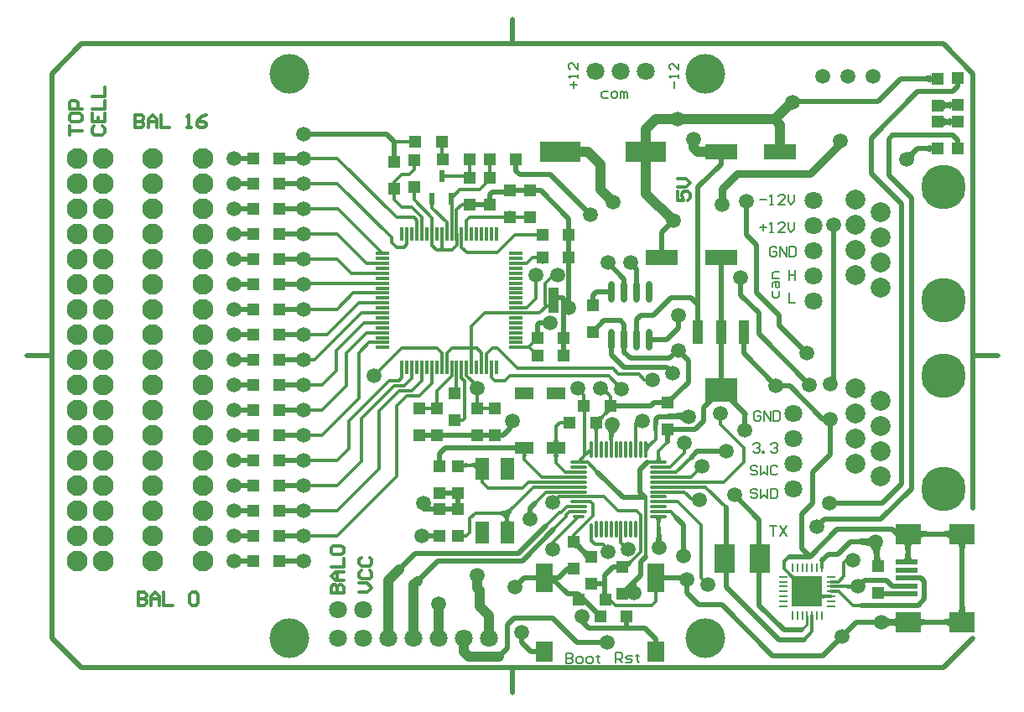
<source format=gtl>
G04 Layer_Physical_Order=1*
G04 Layer_Color=255*
%FSLAX25Y25*%
%MOIN*%
G70*
G01*
G75*
%ADD10R,0.16142X0.07874*%
%ADD11R,0.12598X0.06299*%
%ADD12R,0.07480X0.05118*%
%ADD13R,0.05512X0.08661*%
%ADD14R,0.09843X0.07874*%
%ADD15R,0.08858X0.01969*%
%ADD16R,0.01181X0.05709*%
%ADD17R,0.05709X0.01181*%
%ADD18O,0.02362X0.08661*%
%ADD19R,0.12323X0.12323*%
%ADD20O,0.00787X0.03347*%
%ADD21O,0.03347X0.00787*%
%ADD22O,0.01181X0.07087*%
%ADD23O,0.07087X0.01181*%
%ADD24O,0.01181X0.05118*%
%ADD25O,0.05118X0.01181*%
%ADD26R,0.06693X0.07874*%
%ADD27R,0.06693X0.11811*%
%ADD28R,0.05000X0.05000*%
%ADD29R,0.05000X0.05000*%
%ADD30R,0.02362X0.04528*%
%ADD31R,0.07874X0.11811*%
%ADD32R,0.12992X0.09449*%
%ADD33R,0.03937X0.09449*%
%ADD34R,0.03937X0.05906*%
%ADD35C,0.03150*%
%ADD36C,0.01969*%
%ADD37C,0.01181*%
%ADD38C,0.03937*%
%ADD39C,0.01378*%
%ADD40C,0.01024*%
%ADD41C,0.00787*%
%ADD42C,0.07087*%
%ADD43C,0.07874*%
%ADD44C,0.17716*%
%ADD45C,0.05906*%
%ADD46C,0.15748*%
%ADD47C,0.08268*%
%ADD48C,0.01969*%
G36*
X342162Y49252D02*
X341995Y49134D01*
X341847Y48936D01*
X341719Y48660D01*
X341611Y48305D01*
X341522Y47870D01*
X341453Y47357D01*
X341376Y46122D01*
X341522Y44366D01*
X341611Y43932D01*
X341719Y43576D01*
X341847Y43300D01*
X341995Y43102D01*
X342162Y42984D01*
X342349Y42944D01*
X338412D01*
X338599Y42984D01*
X338766Y43102D01*
X338914Y43300D01*
X339042Y43576D01*
X339150Y43932D01*
X339239Y44366D01*
X339307Y44879D01*
X339384Y46115D01*
X339239Y47870D01*
X339150Y48305D01*
X339042Y48660D01*
X338914Y48936D01*
X338766Y49134D01*
X338599Y49252D01*
X338412Y49292D01*
X342349D01*
X342162Y49252D01*
D02*
G37*
G36*
X363618D02*
X363451Y49134D01*
X363303Y48936D01*
X363176Y48660D01*
X363067Y48305D01*
X362979Y47870D01*
X362910Y47357D01*
X362831Y46093D01*
X362821Y45343D01*
X360853D01*
X360843Y46093D01*
X360695Y47870D01*
X360607Y48305D01*
X360498Y48660D01*
X360370Y48936D01*
X360223Y49134D01*
X360055Y49252D01*
X359869Y49292D01*
X363806D01*
X363618Y49252D01*
D02*
G37*
G36*
X209891Y50259D02*
X209877Y50036D01*
X209946Y49758D01*
X210099Y49424D01*
X210336Y49034D01*
X210656Y48588D01*
X211060Y48087D01*
X211174Y47962D01*
X212081Y47162D01*
X212531Y46835D01*
X212916Y46603D01*
X213235Y46463D01*
X213488Y46417D01*
X213675Y46465D01*
X213796Y46606D01*
X212024Y42834D01*
X212075Y43045D01*
X212053Y43301D01*
X211958Y43604D01*
X211788Y43953D01*
X211546Y44347D01*
X211229Y44788D01*
X210839Y45274D01*
X210303Y45870D01*
X209042Y46974D01*
X208596Y47294D01*
X208206Y47531D01*
X207872Y47684D01*
X207594Y47753D01*
X207371Y47739D01*
X207204Y47642D01*
X209988Y50426D01*
X209891Y50259D01*
D02*
G37*
G36*
X293091Y43270D02*
X293036Y43255D01*
X292961Y43216D01*
X292865Y43152D01*
X292751Y43065D01*
X292461Y42818D01*
X291644Y42034D01*
X290808Y42869D01*
X291040Y43104D01*
X291990Y44186D01*
X292029Y44262D01*
X292044Y44317D01*
X293091Y43270D01*
D02*
G37*
G36*
X231319Y42344D02*
X230918Y41934D01*
X229988Y40860D01*
X229769Y40554D01*
X229596Y40275D01*
X229468Y40022D01*
X229386Y39796D01*
X229349Y39595D01*
X229358Y39421D01*
X228724Y42661D01*
X228779Y42533D01*
X228878Y42469D01*
X229024Y42470D01*
X229215Y42536D01*
X229452Y42667D01*
X229734Y42862D01*
X230062Y43123D01*
X230854Y43838D01*
X231319Y44293D01*
Y42344D01*
D02*
G37*
G36*
X345317Y54986D02*
X345436Y54819D01*
X345633Y54671D01*
X345909Y54543D01*
X346265Y54435D01*
X346699Y54346D01*
X347213Y54277D01*
X348476Y54199D01*
X349227Y54189D01*
Y52220D01*
X348476Y52211D01*
X346699Y52063D01*
X346265Y51974D01*
X345909Y51866D01*
X345633Y51738D01*
X345436Y51591D01*
X345317Y51423D01*
X345278Y51236D01*
Y55173D01*
X345317Y54986D01*
D02*
G37*
G36*
X356940Y51236D02*
X356900Y51423D01*
X356782Y51591D01*
X356584Y51738D01*
X356308Y51866D01*
X355953Y51974D01*
X355518Y52063D01*
X355005Y52132D01*
X353741Y52211D01*
X352991Y52220D01*
Y54189D01*
X353741Y54199D01*
X355518Y54346D01*
X355953Y54435D01*
X356308Y54543D01*
X356584Y54671D01*
X356782Y54819D01*
X356900Y54986D01*
X356940Y55173D01*
Y51236D01*
D02*
G37*
G36*
X208092Y52537D02*
X208192Y50850D01*
X208216Y50805D01*
X206784D01*
X206808Y50850D01*
X206829Y50932D01*
X206848Y51051D01*
X206864Y51206D01*
X206898Y51894D01*
X206909Y52913D01*
X208090D01*
X208092Y52537D01*
D02*
G37*
G36*
X241936Y59497D02*
X242622D01*
X242491Y59469D01*
X242374Y59386D01*
X242271Y59248D01*
X242181Y59054D01*
X242105Y58805D01*
X242043Y58500D01*
X241995Y58141D01*
X241972Y57775D01*
X242351Y51358D01*
X242478Y50822D01*
X242623Y50464D01*
X242785Y50283D01*
X242054Y50275D01*
X242168Y48487D01*
X242223Y47921D01*
X240265D01*
X240414Y50257D01*
X239921Y50251D01*
X240041Y50414D01*
X240149Y50760D01*
X240244Y51287D01*
X240327Y51996D01*
X240498Y55216D01*
X240525Y57532D01*
X240445Y58500D01*
X240383Y58805D01*
X240307Y59054D01*
X240217Y59248D01*
X240114Y59386D01*
X239997Y59469D01*
X239866Y59497D01*
X240548D01*
X240555Y60075D01*
X241933D01*
X241936Y59497D01*
D02*
G37*
G36*
X325234Y48089D02*
X325014Y48265D01*
X324668Y48423D01*
X324197Y48562D01*
X323599Y48682D01*
X322876Y48784D01*
X321052Y48932D01*
X317373Y49016D01*
Y50984D01*
X318725Y50994D01*
X323599Y51318D01*
X324197Y51438D01*
X324668Y51577D01*
X325014Y51735D01*
X325234Y51911D01*
Y48089D01*
D02*
G37*
G36*
X329506Y47771D02*
X329426Y47474D01*
X329356Y47043D01*
X329295Y46477D01*
X329217Y44954D01*
X329283Y44165D01*
X329371Y43731D01*
X329480Y43376D01*
X329608Y43099D01*
X329755Y42902D01*
X329922Y42783D01*
X330110Y42744D01*
X329153D01*
X329125Y40268D01*
X327157D01*
X327142Y41466D01*
X327046Y42744D01*
X326172D01*
X326360Y42783D01*
X326527Y42902D01*
X326674Y43099D01*
X326802Y43376D01*
X326911Y43731D01*
X326956Y43954D01*
X326919Y44450D01*
X326785Y45241D01*
X326622Y45931D01*
X326429Y46518D01*
X326206Y47004D01*
X325954Y47388D01*
X325672Y47670D01*
X329596Y47934D01*
X329506Y47771D01*
D02*
G37*
G36*
X362831Y25279D02*
X362979Y23508D01*
X363067Y23075D01*
X363176Y22720D01*
X363303Y22445D01*
X363451Y22248D01*
X363618Y22130D01*
X363806Y22090D01*
X359869D01*
X360055Y22130D01*
X360223Y22248D01*
X360370Y22445D01*
X360498Y22720D01*
X360607Y23075D01*
X360695Y23508D01*
X360764Y24020D01*
X360843Y25279D01*
X360853Y26027D01*
X362821D01*
X362831Y25279D01*
D02*
G37*
G36*
X323743Y23788D02*
X319201Y24079D01*
Y25457D01*
X319544Y25460D01*
X323177Y25692D01*
X323743Y25747D01*
Y23788D01*
D02*
G37*
G36*
X335483Y19306D02*
X337619Y19184D01*
X340380Y19150D01*
Y17181D01*
X338931Y17173D01*
X335483Y16931D01*
Y16197D01*
X335444Y16384D01*
X335325Y16551D01*
X335128Y16699D01*
X334851Y16827D01*
X334693Y16875D01*
X333141Y16766D01*
X332661Y16639D01*
X332320Y16495D01*
X332117Y16334D01*
Y17173D01*
X331534Y17181D01*
Y19150D01*
X332117Y19157D01*
Y19996D01*
X332320Y19836D01*
X332661Y19692D01*
X333141Y19565D01*
X333760Y19454D01*
X334399Y19376D01*
X334496Y19396D01*
X334851Y19504D01*
X335128Y19632D01*
X335325Y19780D01*
X335444Y19947D01*
X335483Y20134D01*
Y19306D01*
D02*
G37*
G36*
X345317Y19947D02*
X345436Y19780D01*
X345633Y19632D01*
X345909Y19504D01*
X346265Y19396D01*
X346699Y19307D01*
X347213Y19238D01*
X348476Y19159D01*
X349227Y19150D01*
Y17181D01*
X348476Y17171D01*
X346699Y17024D01*
X346265Y16935D01*
X345909Y16827D01*
X345633Y16699D01*
X345436Y16551D01*
X345317Y16384D01*
X345278Y16197D01*
Y20134D01*
X345317Y19947D01*
D02*
G37*
G36*
X356940Y16197D02*
X356900Y16384D01*
X356782Y16551D01*
X356584Y16699D01*
X356308Y16827D01*
X355953Y16935D01*
X355518Y17024D01*
X355005Y17093D01*
X353741Y17171D01*
X352991Y17181D01*
Y19150D01*
X353741Y19159D01*
X355518Y19307D01*
X355953Y19396D01*
X356308Y19504D01*
X356584Y19632D01*
X356782Y19780D01*
X356900Y19947D01*
X356940Y20134D01*
Y16197D01*
D02*
G37*
G36*
X293711Y37726D02*
X294713Y36849D01*
X294980Y36657D01*
X295214Y36515D01*
X295414Y36424D01*
X295582Y36382D01*
X295715Y36390D01*
X295815Y36449D01*
X294145Y34778D01*
X294203Y34879D01*
X294212Y35012D01*
X294170Y35179D01*
X294078Y35380D01*
X293936Y35614D01*
X293744Y35881D01*
X293502Y36181D01*
X292867Y36883D01*
X292475Y37284D01*
X293310Y38119D01*
X293711Y37726D01*
D02*
G37*
G36*
X227515Y40944D02*
X227551Y40929D01*
X227597Y40916D01*
X227653Y40905D01*
X227718Y40896D01*
X227876Y40882D01*
X228185Y40874D01*
Y39496D01*
X228073Y39495D01*
X227653Y39465D01*
X227597Y39454D01*
X227551Y39441D01*
X227515Y39426D01*
X227488Y39410D01*
Y40960D01*
X227515Y40944D01*
D02*
G37*
G36*
X320543Y31288D02*
X316001Y31579D01*
Y32957D01*
X316344Y32960D01*
X319977Y33192D01*
X320543Y33247D01*
Y31288D01*
D02*
G37*
G36*
X306456Y29400D02*
X306527Y29299D01*
X306646Y29211D01*
X306812Y29134D01*
X307026Y29069D01*
X307287Y29016D01*
X307595Y28974D01*
X308355Y28927D01*
X308806Y28921D01*
Y27740D01*
X308355Y27734D01*
X307287Y27646D01*
X307026Y27593D01*
X306812Y27527D01*
X306646Y27451D01*
X306527Y27362D01*
X306456Y27262D01*
X306432Y27150D01*
Y29512D01*
X306456Y29400D01*
D02*
G37*
G36*
X301293Y30279D02*
X301336Y30207D01*
X301407Y30109D01*
X301505Y29988D01*
X301968Y29477D01*
X302681Y28748D01*
X301845Y27913D01*
X301578Y28179D01*
X300314Y29300D01*
X300265Y29315D01*
X301278Y30328D01*
X301293Y30279D01*
D02*
G37*
G36*
X222182Y101524D02*
X222044Y101542D01*
X221881Y101519D01*
X221693Y101455D01*
X221480Y101349D01*
X221242Y101201D01*
X220979Y101012D01*
X220378Y100510D01*
X220164Y100306D01*
X219389Y99420D01*
X219197Y99153D01*
X219055Y98919D01*
X218963Y98719D01*
X218921Y98551D01*
X218930Y98418D01*
X218988Y98318D01*
X217318Y99988D01*
X217418Y99929D01*
X217551Y99921D01*
X217719Y99963D01*
X217919Y100055D01*
X218153Y100197D01*
X218420Y100389D01*
X218721Y100631D01*
X218846Y100745D01*
X219362Y101329D01*
X219556Y101597D01*
X219692Y101823D01*
X219769Y102008D01*
X219789Y102151D01*
X219750Y102252D01*
X219654Y102312D01*
X222182Y101524D01*
D02*
G37*
G36*
X222722Y107607D02*
X222785Y106543D01*
X222802Y106502D01*
X222821Y106488D01*
X221439D01*
X221458Y106502D01*
X221475Y106543D01*
X221490Y106612D01*
X221503Y106709D01*
X221523Y106985D01*
X221539Y107870D01*
X222721D01*
X222722Y107607D01*
D02*
G37*
G36*
X250574Y98356D02*
X250420Y98460D01*
X250089Y98552D01*
X249581Y98634D01*
X248897Y98705D01*
X245784Y98852D01*
X241082Y98901D01*
Y100869D01*
X242826Y100875D01*
X250420Y101311D01*
X250574Y101414D01*
Y98356D01*
D02*
G37*
G36*
X240689Y94163D02*
X239311D01*
X239308Y94506D01*
X239076Y98139D01*
X239021Y98705D01*
X240979D01*
X240689Y94163D01*
D02*
G37*
G36*
X203394Y96809D02*
X202000Y96811D01*
Y98189D01*
X203394Y98191D01*
Y96809D01*
D02*
G37*
G36*
X357574Y224654D02*
X357737Y224644D01*
X358487Y224634D01*
Y222665D01*
X357737Y222656D01*
X357574Y222642D01*
Y221681D01*
X357535Y221868D01*
X357417Y222035D01*
X357220Y222183D01*
X356944Y222311D01*
X356590Y222419D01*
X356157Y222508D01*
X356082Y222518D01*
X355960Y222508D01*
X355525Y222419D01*
X355170Y222311D01*
X354894Y222183D01*
X354696Y222035D01*
X354578Y221868D01*
X354538Y221681D01*
Y222646D01*
X354385Y222656D01*
X353637Y222665D01*
Y224634D01*
X354385Y224644D01*
X354538Y224656D01*
Y225618D01*
X354578Y225431D01*
X354696Y225264D01*
X354894Y225116D01*
X355170Y224988D01*
X355525Y224880D01*
X355960Y224791D01*
X356035Y224781D01*
X356157Y224791D01*
X356590Y224880D01*
X356944Y224988D01*
X357220Y225116D01*
X357417Y225264D01*
X357535Y225431D01*
X357574Y225618D01*
Y224654D01*
D02*
G37*
G36*
X349574Y232181D02*
X349535Y232368D01*
X349417Y232535D01*
X349220Y232683D01*
X348944Y232811D01*
X348590Y232919D01*
X348157Y233008D01*
X347645Y233077D01*
X346385Y233155D01*
X345637Y233165D01*
Y235134D01*
X346385Y235144D01*
X348157Y235291D01*
X348590Y235380D01*
X348944Y235488D01*
X349220Y235616D01*
X349417Y235764D01*
X349535Y235931D01*
X349574Y236118D01*
Y232181D01*
D02*
G37*
G36*
X357586Y218059D02*
X357737Y218049D01*
X358487Y218039D01*
Y216071D01*
X357737Y216061D01*
X357586Y216049D01*
Y215087D01*
X357547Y215274D01*
X357428Y215441D01*
X357231Y215589D01*
X356954Y215717D01*
X356599Y215825D01*
X356165Y215913D01*
X356086Y215924D01*
X355960Y215913D01*
X355525Y215825D01*
X355170Y215717D01*
X354894Y215589D01*
X354696Y215441D01*
X354578Y215274D01*
X354538Y215087D01*
Y216052D01*
X354387Y216061D01*
X353637Y216071D01*
Y218039D01*
X354387Y218049D01*
X354538Y218062D01*
Y219024D01*
X354578Y218837D01*
X354696Y218669D01*
X354894Y218522D01*
X355170Y218394D01*
X355525Y218285D01*
X355960Y218197D01*
X356038Y218186D01*
X356165Y218197D01*
X356599Y218285D01*
X356954Y218394D01*
X357231Y218522D01*
X357428Y218669D01*
X357547Y218837D01*
X357586Y219024D01*
Y218059D01*
D02*
G37*
G36*
X349574Y204457D02*
X349535Y204644D01*
X349417Y204811D01*
X349220Y204959D01*
X348944Y205087D01*
X348590Y205195D01*
X348157Y205283D01*
X347645Y205352D01*
X346385Y205431D01*
X345637Y205441D01*
Y207410D01*
X346385Y207419D01*
X348157Y207567D01*
X348590Y207656D01*
X348944Y207764D01*
X349220Y207892D01*
X349417Y208039D01*
X349535Y208207D01*
X349574Y208394D01*
Y204457D01*
D02*
G37*
G36*
X344916Y205729D02*
X344477Y205281D01*
X343214Y203807D01*
X343022Y203519D01*
X342880Y203262D01*
X342787Y203038D01*
X342744Y202845D01*
X342750Y202684D01*
X340479Y204955D01*
X340640Y204948D01*
X340833Y204992D01*
X341057Y205084D01*
X341314Y205227D01*
X341602Y205419D01*
X341923Y205660D01*
X342660Y206292D01*
X343525Y207121D01*
X344916Y205729D01*
D02*
G37*
G36*
X217510Y95000D02*
X217409Y94929D01*
X217321Y94810D01*
X217244Y94644D01*
X217179Y94430D01*
X217126Y94169D01*
X217085Y93861D01*
X217037Y93101D01*
X217032Y92650D01*
X215850D01*
X215844Y93101D01*
X215756Y94169D01*
X215703Y94430D01*
X215638Y94644D01*
X215561Y94810D01*
X215472Y94929D01*
X215372Y95000D01*
X215260Y95024D01*
X217622D01*
X217510Y95000D01*
D02*
G37*
G36*
X201747Y84784D02*
X201630Y84701D01*
X201527Y84562D01*
X201437Y84369D01*
X201361Y84119D01*
X201299Y83815D01*
X201251Y83455D01*
X201196Y82569D01*
X201189Y82043D01*
X199811D01*
X199804Y82569D01*
X199701Y83815D01*
X199639Y84119D01*
X199563Y84369D01*
X199473Y84562D01*
X199370Y84701D01*
X199253Y84784D01*
X199122Y84811D01*
X201878D01*
X201747Y84784D01*
D02*
G37*
G36*
X241940Y84548D02*
X242043Y83303D01*
X242105Y82998D01*
X242181Y82749D01*
X242271Y82555D01*
X242374Y82417D01*
X242491Y82334D01*
X242622Y82306D01*
X239866D01*
X239997Y82334D01*
X240114Y82417D01*
X240217Y82555D01*
X240307Y82749D01*
X240383Y82998D01*
X240445Y83303D01*
X240493Y83662D01*
X240548Y84548D01*
X240555Y85074D01*
X241933D01*
X241940Y84548D01*
D02*
G37*
G36*
X168414Y79122D02*
X168386Y79253D01*
X168303Y79370D01*
X168166Y79473D01*
X167973Y79563D01*
X167725Y79639D01*
X167421Y79701D01*
X167063Y79749D01*
X166204Y79803D01*
X164980Y79701D01*
X164677Y79639D01*
X164429Y79563D01*
X164236Y79473D01*
X164098Y79370D01*
X164016Y79253D01*
X163988Y79122D01*
Y81878D01*
X164016Y81747D01*
X164098Y81630D01*
X164236Y81527D01*
X164429Y81437D01*
X164677Y81361D01*
X164980Y81299D01*
X165338Y81251D01*
X166198Y81197D01*
X167421Y81299D01*
X167725Y81361D01*
X167973Y81437D01*
X168166Y81527D01*
X168303Y81630D01*
X168386Y81747D01*
X168414Y81878D01*
Y79122D01*
D02*
G37*
G36*
X335025Y55587D02*
X335393Y55174D01*
X335432Y55118D01*
X335460Y55070D01*
X335477Y55031D01*
X335483Y55000D01*
Y52502D01*
X335464Y52492D01*
X335405Y52524D01*
X335307Y52599D01*
X335170Y52716D01*
X333898Y53934D01*
X333526Y54304D01*
X334918Y55696D01*
X335025Y55587D01*
D02*
G37*
G36*
X183638Y63163D02*
X183267Y62766D01*
X182936Y62352D01*
X182644Y61922D01*
X182390Y61475D01*
X182176Y61013D01*
X182001Y60534D01*
X181864Y60040D01*
X181767Y59529D01*
X181765Y59514D01*
X181799Y59106D01*
X181861Y58802D01*
X181937Y58553D01*
X182027Y58359D01*
X182130Y58221D01*
X182247Y58138D01*
X182378Y58110D01*
X180498D01*
X180311Y58055D01*
X180308Y58110D01*
X179622D01*
X179753Y58138D01*
X179870Y58221D01*
X179973Y58359D01*
X180063Y58553D01*
X180139Y58802D01*
X180193Y59070D01*
X180063Y59461D01*
X179870Y59819D01*
X179622Y60122D01*
X179319Y60370D01*
X178961Y60563D01*
X178547Y60701D01*
X178079Y60783D01*
X177555Y60811D01*
X177959Y62189D01*
X178502Y62208D01*
X179029Y62267D01*
X179540Y62364D01*
X180034Y62501D01*
X180513Y62676D01*
X180975Y62890D01*
X181421Y63144D01*
X181852Y63436D01*
X182265Y63767D01*
X182663Y64138D01*
X183638Y63163D01*
D02*
G37*
G36*
X246086Y92184D02*
X246040Y92108D01*
X245999Y91982D01*
X245964Y91805D01*
X245934Y91578D01*
X245891Y90972D01*
X245866Y89685D01*
X243898D01*
X243895Y90165D01*
X243764Y91982D01*
X243724Y92108D01*
X243677Y92184D01*
X243626Y92209D01*
X246138D01*
X246086Y92184D01*
D02*
G37*
G36*
X201196Y92124D02*
X201299Y90878D01*
X201361Y90574D01*
X201437Y90324D01*
X201527Y90131D01*
X201630Y89992D01*
X201747Y89909D01*
X201878Y89881D01*
X199122D01*
X199253Y89909D01*
X199370Y89992D01*
X199473Y90131D01*
X199563Y90324D01*
X199639Y90574D01*
X199701Y90878D01*
X199749Y91238D01*
X199804Y92124D01*
X199811Y92649D01*
X201189D01*
X201196Y92124D01*
D02*
G37*
G36*
X238665Y88411D02*
X238292Y88029D01*
X237410Y87002D01*
X237194Y86700D01*
X237018Y86417D01*
X236880Y86155D01*
X236782Y85913D01*
X236723Y85690D01*
X236704Y85488D01*
Y89385D01*
X236723Y89217D01*
X236782Y89108D01*
X236880Y89059D01*
X237018Y89068D01*
X237194Y89135D01*
X237410Y89262D01*
X237665Y89448D01*
X237959Y89693D01*
X238665Y90359D01*
Y88411D01*
D02*
G37*
G36*
X188905Y84789D02*
X188819Y84723D01*
X188742Y84612D01*
X188676Y84457D01*
X188620Y84258D01*
X188574Y84015D01*
X188538Y83727D01*
X188497Y83019D01*
X188492Y82598D01*
X187311D01*
X187306Y83019D01*
X187229Y84015D01*
X187183Y84258D01*
X187127Y84457D01*
X187061Y84612D01*
X186985Y84723D01*
X186898Y84789D01*
X186801Y84811D01*
X189002D01*
X188905Y84789D01*
D02*
G37*
G36*
X224691Y94553D02*
X224358Y94235D01*
X224060Y93816D01*
X223797Y93297D01*
X223569Y92677D01*
X223376Y91957D01*
X223218Y91136D01*
X223095Y90214D01*
X222955Y88070D01*
X222937Y86847D01*
X221756D01*
X221747Y88197D01*
X221434Y93087D01*
X221318Y93693D01*
X221184Y94174D01*
X221032Y94531D01*
X220862Y94763D01*
X224691Y94553D01*
D02*
G37*
D10*
X202000Y205000D02*
D03*
X236252D02*
D03*
D11*
X266000Y163000D02*
D03*
X242378D02*
D03*
X266000Y205000D02*
D03*
X289622D02*
D03*
D12*
X187902Y87347D02*
D03*
Y109000D02*
D03*
X200500D02*
D03*
Y87347D02*
D03*
D13*
X181000Y79000D02*
D03*
Y53803D02*
D03*
X171158Y79000D02*
D03*
Y53803D02*
D03*
D14*
X361837Y53205D02*
D03*
Y18165D02*
D03*
X340380Y53205D02*
D03*
Y18165D02*
D03*
D15*
X339888Y41984D02*
D03*
Y38835D02*
D03*
Y35685D02*
D03*
Y32535D02*
D03*
Y29386D02*
D03*
D16*
X139299Y172476D02*
D03*
X141268D02*
D03*
X143236D02*
D03*
X145205D02*
D03*
X147173D02*
D03*
X149142D02*
D03*
X151110D02*
D03*
X153079D02*
D03*
X155047D02*
D03*
X157016D02*
D03*
X158984D02*
D03*
X160953D02*
D03*
X162921D02*
D03*
X164890D02*
D03*
X166858D02*
D03*
X168827D02*
D03*
X170795D02*
D03*
X172764D02*
D03*
X174732D02*
D03*
X176701D02*
D03*
Y119524D02*
D03*
X174732D02*
D03*
X172764D02*
D03*
X170795D02*
D03*
X168827D02*
D03*
X166858D02*
D03*
X164890D02*
D03*
X162921D02*
D03*
X160953D02*
D03*
X158984D02*
D03*
X157016D02*
D03*
X155047D02*
D03*
X153079D02*
D03*
X151110D02*
D03*
X149142D02*
D03*
X147173D02*
D03*
X145205D02*
D03*
X143236D02*
D03*
X141268D02*
D03*
X139299D02*
D03*
D17*
X184476Y164701D02*
D03*
Y162732D02*
D03*
Y160764D02*
D03*
Y158795D02*
D03*
Y156827D02*
D03*
Y154858D02*
D03*
Y152890D02*
D03*
Y150921D02*
D03*
Y148953D02*
D03*
Y146984D02*
D03*
Y145016D02*
D03*
Y143047D02*
D03*
Y141079D02*
D03*
Y139110D02*
D03*
Y137142D02*
D03*
Y135173D02*
D03*
Y133205D02*
D03*
Y131236D02*
D03*
Y129268D02*
D03*
Y127299D02*
D03*
X131524D02*
D03*
Y129268D02*
D03*
Y131236D02*
D03*
Y133205D02*
D03*
Y135173D02*
D03*
Y137142D02*
D03*
Y139110D02*
D03*
Y141079D02*
D03*
Y143047D02*
D03*
Y145016D02*
D03*
Y146984D02*
D03*
Y148953D02*
D03*
Y150921D02*
D03*
Y152890D02*
D03*
Y154858D02*
D03*
Y156827D02*
D03*
Y158795D02*
D03*
Y160764D02*
D03*
Y162732D02*
D03*
Y164701D02*
D03*
D18*
X237500Y149449D02*
D03*
X232500D02*
D03*
X227500D02*
D03*
X222500D02*
D03*
X237500Y130551D02*
D03*
X232500D02*
D03*
X227500D02*
D03*
X222500D02*
D03*
D19*
X300294Y30299D02*
D03*
D20*
X306200Y20752D02*
D03*
X304232D02*
D03*
X302263D02*
D03*
X300294D02*
D03*
X298326D02*
D03*
X296357D02*
D03*
X294389D02*
D03*
Y39846D02*
D03*
X296357D02*
D03*
X298326D02*
D03*
X300294D02*
D03*
X302263D02*
D03*
X304232D02*
D03*
X306200D02*
D03*
D21*
X290747Y24394D02*
D03*
Y26362D02*
D03*
Y28331D02*
D03*
Y30299D02*
D03*
Y32268D02*
D03*
Y34236D02*
D03*
Y36205D02*
D03*
X309842D02*
D03*
Y34236D02*
D03*
Y32268D02*
D03*
Y30299D02*
D03*
Y28331D02*
D03*
Y26362D02*
D03*
Y24394D02*
D03*
D22*
X214472Y86847D02*
D03*
X216441D02*
D03*
X218409D02*
D03*
X220378D02*
D03*
X222346D02*
D03*
X224315D02*
D03*
X226284D02*
D03*
X228252D02*
D03*
X230221D02*
D03*
X232189D02*
D03*
X234157D02*
D03*
X236126D02*
D03*
Y54957D02*
D03*
X234157D02*
D03*
X232189D02*
D03*
X230221D02*
D03*
X228252D02*
D03*
X226284D02*
D03*
X224315D02*
D03*
X222346D02*
D03*
X220378D02*
D03*
X218409D02*
D03*
X216441D02*
D03*
D23*
X241244Y81728D02*
D03*
Y79760D02*
D03*
Y77791D02*
D03*
Y75823D02*
D03*
Y73854D02*
D03*
Y71886D02*
D03*
Y69917D02*
D03*
Y67949D02*
D03*
Y65980D02*
D03*
Y64012D02*
D03*
Y62043D02*
D03*
Y60075D02*
D03*
X209354Y62043D02*
D03*
Y64012D02*
D03*
Y65980D02*
D03*
Y67949D02*
D03*
Y69917D02*
D03*
Y71886D02*
D03*
Y73854D02*
D03*
Y75823D02*
D03*
Y77791D02*
D03*
Y79760D02*
D03*
Y81728D02*
D03*
D24*
X214472Y54957D02*
D03*
D25*
X209354Y60075D02*
D03*
D26*
X240158Y6299D02*
D03*
X195669D02*
D03*
D27*
X240158Y35827D02*
D03*
X195669D02*
D03*
D28*
X155000Y209000D02*
D03*
X144370D02*
D03*
X90630Y82500D02*
D03*
X80000D02*
D03*
X166000Y202000D02*
D03*
X155370D02*
D03*
X90630Y92500D02*
D03*
X80000D02*
D03*
X90630Y102500D02*
D03*
X80000D02*
D03*
X90630Y112500D02*
D03*
X80000D02*
D03*
X90630Y122500D02*
D03*
X80000D02*
D03*
X90630Y132500D02*
D03*
X80000D02*
D03*
X90630Y182500D02*
D03*
X80000D02*
D03*
X218000Y20300D02*
D03*
X228630D02*
D03*
X193000Y124000D02*
D03*
X203630D02*
D03*
X220130Y27000D02*
D03*
X209500D02*
D03*
X216500Y97500D02*
D03*
X205870D02*
D03*
X193000Y131000D02*
D03*
X203630D02*
D03*
X222130Y104000D02*
D03*
X211500D02*
D03*
X195000Y172000D02*
D03*
X205630D02*
D03*
X195000Y163000D02*
D03*
X205630D02*
D03*
X174000Y202000D02*
D03*
X184630D02*
D03*
X90630Y202500D02*
D03*
X80000D02*
D03*
X90630Y192500D02*
D03*
X80000D02*
D03*
X90630Y172500D02*
D03*
X80000D02*
D03*
X90630Y162500D02*
D03*
X80000D02*
D03*
X90630Y152500D02*
D03*
X80000D02*
D03*
X90630Y142500D02*
D03*
X80000D02*
D03*
X90630Y42500D02*
D03*
X80000D02*
D03*
X90630Y52500D02*
D03*
X80000D02*
D03*
X90630Y62500D02*
D03*
X80000D02*
D03*
X90630Y72500D02*
D03*
X80000D02*
D03*
D29*
X352062Y234150D02*
D03*
Y223520D02*
D03*
X352062Y217055D02*
D03*
Y206425D02*
D03*
X154191Y63000D02*
D03*
Y52370D02*
D03*
X207500Y39500D02*
D03*
Y50130D02*
D03*
X328341Y29638D02*
D03*
Y40268D02*
D03*
X360062Y234279D02*
D03*
Y223650D02*
D03*
X360062Y206425D02*
D03*
Y217055D02*
D03*
X176000Y103000D02*
D03*
Y92370D02*
D03*
X214500Y33500D02*
D03*
Y44130D02*
D03*
X244882Y105315D02*
D03*
Y94685D02*
D03*
X226882Y40185D02*
D03*
Y29555D02*
D03*
X154000Y69370D02*
D03*
Y80000D02*
D03*
X161500Y63000D02*
D03*
Y52370D02*
D03*
Y69500D02*
D03*
Y80130D02*
D03*
X144000Y191000D02*
D03*
Y201630D02*
D03*
X146000Y103000D02*
D03*
Y92370D02*
D03*
X153000Y103000D02*
D03*
Y92370D02*
D03*
X160000Y109000D02*
D03*
Y98370D02*
D03*
X169000Y103000D02*
D03*
Y92370D02*
D03*
X215000Y144000D02*
D03*
Y133370D02*
D03*
X190000Y179000D02*
D03*
Y189630D02*
D03*
X182000Y179000D02*
D03*
Y189630D02*
D03*
X166000Y184000D02*
D03*
Y194630D02*
D03*
X136000Y190370D02*
D03*
Y201000D02*
D03*
X174000Y184000D02*
D03*
Y194630D02*
D03*
D30*
X155000Y195429D02*
D03*
X158740Y186571D02*
D03*
X151260D02*
D03*
D31*
X281496Y43307D02*
D03*
X267520Y43580D02*
D03*
D32*
X266000Y110583D02*
D03*
D33*
X256945Y133417D02*
D03*
X266000Y133417D02*
D03*
X275055Y133417D02*
D03*
D34*
X199400Y148000D02*
D03*
Y144063D02*
D03*
D35*
X301400Y196400D02*
X313500Y208500D01*
X272500Y196400D02*
X301400D01*
X266500Y190400D02*
X272500Y196400D01*
X313500Y208500D02*
Y209500D01*
X266500Y184000D02*
Y190400D01*
D36*
X280000Y149000D02*
Y168100D01*
X276100Y172000D02*
X280000Y168100D01*
X276100Y172000D02*
Y185300D01*
X294500Y225100D02*
X328400D01*
X275000Y125000D02*
Y137209D01*
X306400Y4800D02*
X319765Y18165D01*
X219685Y26615D02*
Y33500D01*
X147700Y63000D02*
X154191D01*
X251300Y44400D02*
Y56900D01*
X248300Y59900D02*
X251300Y56900D01*
X257200Y25000D02*
X266400D01*
X252400Y29800D02*
X257200Y25000D01*
X252400Y29800D02*
Y35200D01*
X281300Y24700D02*
Y58700D01*
X271400Y68600D02*
X281300Y58700D01*
Y24700D02*
X291000Y15000D01*
X181000Y189000D02*
X182000Y190000D01*
X198591Y147000D02*
X203000D01*
X203630Y131000D02*
Y146370D01*
X182000Y95000D02*
Y98000D01*
X203000Y147000D02*
X203630Y146370D01*
X226882Y29555D02*
X231400Y34073D01*
X209135Y29265D02*
X218050Y20350D01*
X196000Y35500D02*
Y35827D01*
X195669Y35500D02*
X196000D01*
X193000Y136400D02*
X193800Y137200D01*
X193000Y131000D02*
Y136400D01*
X186900Y9950D02*
X190551Y6299D01*
X186900Y9950D02*
Y14000D01*
X183900Y19900D02*
X199000D01*
X181100Y17100D02*
X183900Y19900D01*
X181100Y7900D02*
Y17100D01*
X177700Y4500D02*
X181100Y7900D01*
X199000Y19900D02*
X208700Y10200D01*
X145400Y34500D02*
X153400Y42500D01*
X138200Y39100D02*
X144600Y45500D01*
X185500D01*
X147130Y52370D02*
X154191D01*
X147000Y52500D02*
X147130Y52370D01*
X208700Y10200D02*
X220800D01*
X235900Y15800D02*
X240158Y11542D01*
X228400Y15800D02*
X235900D01*
X228400D02*
Y19685D01*
X213600Y15700D02*
X228400D01*
X210800Y18500D02*
X213600Y15700D01*
X210800Y18500D02*
Y20300D01*
X266400Y25000D02*
X286600Y4800D01*
X187927Y35827D02*
X195669D01*
X184100Y32000D02*
X187927Y35827D01*
X187000Y42500D02*
X199500Y55000D01*
X185500Y45500D02*
X196500Y56500D01*
X195669Y35500D02*
Y35827D01*
X198573D02*
X201427D01*
X196000D02*
X198573D01*
X205135Y29265D01*
X205100Y39500D02*
X207500D01*
X201427Y35827D02*
X205100Y39500D01*
X205135Y29265D02*
X209135D01*
X240158Y6299D02*
Y11542D01*
X231400Y29700D02*
Y34073D01*
X234252Y36925D01*
X205630Y149630D02*
Y163000D01*
X205600Y149600D02*
X205630Y149630D01*
X205600Y143000D02*
Y149600D01*
X193800Y137200D02*
X198000D01*
X147700Y63000D02*
Y65300D01*
X154191Y63000D02*
X161500D01*
X268000Y32000D02*
Y63697D01*
X266000Y110583D02*
X275700Y100883D01*
X275500Y100683D02*
X275700Y100883D01*
X254000Y83500D02*
X256500Y86000D01*
X268200D01*
X275500Y94500D02*
Y100683D01*
X238100Y104000D02*
X239415Y105315D01*
X222130Y104000D02*
X238100D01*
X244400Y119400D02*
X246800Y117000D01*
X227600Y119400D02*
X244400D01*
X222500Y124500D02*
X227600Y119400D01*
X249000Y126200D02*
X253100Y122100D01*
Y113533D02*
Y122100D01*
X244882Y105315D02*
X253100Y113533D01*
X248800Y126200D02*
X249000D01*
X245600Y123000D02*
X248800Y126200D01*
X328141Y40268D02*
Y49345D01*
X72500Y42500D02*
X80000D01*
X72500Y52500D02*
X80000D01*
X72500Y62500D02*
X80000D01*
X72500Y72500D02*
X80000D01*
X72500Y82500D02*
X80000D01*
X72500Y92500D02*
X80000D01*
X72500Y112500D02*
X80000D01*
X72500Y122500D02*
X80000D01*
X72500Y132500D02*
X80000D01*
X72500Y142500D02*
X80000D01*
X72500Y152500D02*
X80000D01*
X72500Y162500D02*
X80000D01*
X72500Y172500D02*
X80000D01*
X72500Y182500D02*
X80000D01*
X72500Y192500D02*
X80000D01*
X72500Y202500D02*
X80000D01*
X90630D02*
X100000D01*
X309400Y84700D02*
Y98900D01*
X183071Y0D02*
X354331D01*
X11811D02*
X183071D01*
X90630Y42500D02*
X100000D01*
X90630Y52500D02*
X100000D01*
X90630Y62500D02*
X100000D01*
X90630Y72500D02*
X100000D01*
X90630Y82500D02*
X100000D01*
X90630Y92500D02*
X100000D01*
X90630Y102500D02*
X100000D01*
X90630Y112500D02*
X100000D01*
X90630Y122500D02*
X100000D01*
X90630Y132500D02*
X100000D01*
X90630Y142500D02*
X100000D01*
X90630Y152500D02*
X100000D01*
X90630Y162500D02*
X100000D01*
X90630Y172500D02*
X100000D01*
X90630Y182500D02*
X100000D01*
X90630Y192500D02*
X100000D01*
X340380Y18165D02*
X361837D01*
X329800D02*
X340380D01*
X366142Y124016D02*
Y236221D01*
Y63400D02*
Y124016D01*
X11811Y248031D02*
X354331D01*
X0Y124016D02*
Y236221D01*
Y11811D02*
Y124016D01*
X298300Y61100D02*
X302600Y65400D01*
X298300Y47447D02*
Y61100D01*
Y47447D02*
X301495Y44252D01*
X302600Y65400D02*
Y77900D01*
X309400Y84700D01*
X309200Y65500D02*
X330200D01*
X337642Y72942D01*
X304300Y56100D02*
X307200Y59000D01*
X329433D01*
X286600Y4800D02*
X306400D01*
X334165Y32535D02*
X339888D01*
X331932Y34768D02*
X334165Y32535D01*
X323141Y34768D02*
X331932D01*
X190551Y6299D02*
X195669D01*
X234252Y42221D02*
X236126Y44094D01*
X234252Y36925D02*
Y42221D01*
X240000Y98803D02*
X241082Y99885D01*
X233900Y69653D02*
Y78703D01*
Y69653D02*
X235868Y67685D01*
X227027D02*
X235868D01*
X216882Y77830D02*
X227027Y67685D01*
X207500Y50130D02*
X213500Y44130D01*
X214500D01*
X219685Y33500D02*
Y36685D01*
X214500Y33500D02*
X219685D01*
Y36685D02*
X223185Y40185D01*
X226882D01*
X319765Y18165D02*
X329800D01*
X293400Y112100D02*
X306600Y98900D01*
X287900Y112100D02*
X293400D01*
X240158Y35827D02*
X251773D01*
X252400Y35200D01*
X153400Y42500D02*
X187000D01*
X361837Y18165D02*
Y53205D01*
X340380Y42476D02*
Y53205D01*
X361837D01*
X337450Y234150D02*
X352062D01*
X328400Y225100D02*
X337450Y234150D01*
X310942Y114112D02*
Y176012D01*
X344220Y206425D02*
X352062D01*
X339862Y202067D02*
X344220Y206425D01*
X0Y11811D02*
X11811Y0D01*
X0Y236221D02*
X11811Y248031D01*
X320641Y32268D02*
X323141Y34768D01*
X325689Y210488D02*
X344223Y229022D01*
X358042D01*
X360062Y206425D02*
Y209820D01*
X358268Y211614D02*
X360062Y209820D01*
X334252Y211614D02*
X358268D01*
X319129Y155799D02*
X319342Y156012D01*
X354331Y248031D02*
X366142Y236221D01*
X354331Y0D02*
X366142Y11811D01*
X304173Y185430D02*
X304973D01*
X233900Y78703D02*
X236925Y81728D01*
X358042Y229022D02*
X360062Y231043D01*
X309542Y112712D02*
X310942Y114112D01*
X360062Y231043D02*
Y234279D01*
X344341Y24768D02*
X346841Y27268D01*
Y34268D01*
X323841Y24768D02*
X344341D01*
X301054Y155799D02*
X302743D01*
X352192Y223650D02*
X360062D01*
X352062Y217055D02*
X360062D01*
X241244Y47823D02*
X241382Y47685D01*
X328593Y29386D02*
X339888D01*
X345424Y35685D02*
X346841Y34268D01*
X339888Y35685D02*
X345424D01*
X244882Y89685D02*
Y94685D01*
X293026Y44252D02*
X301495D01*
X241082Y99885D02*
X253100D01*
X308688Y45126D02*
X312499D01*
X306200Y42638D02*
X308688Y45126D01*
X325689Y196457D02*
Y210488D01*
Y196457D02*
X337642Y184504D01*
X337697Y184449D01*
X337642Y72942D02*
Y184504D01*
X332677Y195874D02*
X341642Y186909D01*
X332677Y195874D02*
Y210039D01*
X334252Y211614D01*
X341642Y71209D02*
Y186909D01*
X329433Y59000D02*
X341642Y71209D01*
X301495Y44252D02*
X312243Y55000D01*
X334222D01*
X337854Y51368D01*
X312499Y45126D02*
X317373Y50000D01*
X327486D01*
X328141Y49345D01*
X192000Y65482D02*
Y65500D01*
X190000Y63500D02*
X192000Y65500D01*
X190000Y59000D02*
Y63500D01*
X183071Y248031D02*
Y257874D01*
Y-9843D02*
Y0D01*
X-9843Y124016D02*
X0D01*
X366142D02*
X375984D01*
X288976Y136024D02*
X300000Y125000D01*
X275000D02*
X287900Y112100D01*
X266000Y110583D02*
Y133417D01*
X256945Y133417D02*
Y144311D01*
Y190945D02*
X266000Y200000D01*
Y204000D01*
X254256Y147000D02*
X256945Y144311D01*
X281000Y132754D02*
X301242Y112512D01*
X273900Y148100D02*
Y155000D01*
Y148100D02*
X281000Y141000D01*
Y132754D02*
Y141000D01*
X280000Y149000D02*
X288976Y140024D01*
Y136024D02*
Y140024D01*
X266000Y133417D02*
Y163000D01*
X242378D02*
Y172978D01*
X247000Y177600D01*
X227500Y130551D02*
Y136500D01*
Y125500D02*
Y130551D01*
Y125500D02*
X230000Y123000D01*
X245600D01*
X215000Y144000D02*
Y148000D01*
X216449Y149449D01*
X222500D01*
X215000Y133370D02*
X219630Y138000D01*
X226000D01*
X227500Y136500D01*
X237500Y130551D02*
X244551D01*
X249000Y135000D01*
Y140000D01*
X232500Y130551D02*
Y138500D01*
X234000Y140000D01*
X239000D01*
X246000Y147000D01*
X254256D01*
X256945Y144311D02*
Y190945D01*
X232500Y149449D02*
Y158500D01*
X230000Y161000D02*
X232500Y158500D01*
X227500Y149449D02*
Y154500D01*
X221000Y161000D02*
X227500Y154500D01*
X154000Y69370D02*
X161370D01*
X159500Y69500D02*
X161500D01*
Y63000D02*
Y69500D01*
X154000Y80000D02*
Y85000D01*
X156346Y87347D01*
X187902D01*
X166000Y184000D02*
X174000D01*
Y188000D01*
X100000Y212000D02*
X133000D01*
X136000Y201000D02*
Y209000D01*
X133000Y212000D02*
X136000Y209000D01*
X203630Y124000D02*
Y131000D01*
X146000Y92370D02*
X153000D01*
X222500Y124500D02*
Y130551D01*
X174000Y188000D02*
X175000Y189000D01*
X181000D01*
X194370Y189630D02*
X205630Y178370D01*
Y172000D02*
Y178370D01*
X186000Y196000D02*
X198000D01*
X214000Y180000D01*
X244882Y94685D02*
X255685D01*
X259000Y98000D01*
Y103583D01*
X266000Y110583D01*
X289000Y11000D02*
X299000D01*
X291000Y15000D02*
X298000D01*
X268000Y32000D02*
X289000Y11000D01*
X153000Y92370D02*
X169000D01*
X176000D01*
X182000Y189630D02*
X190000D01*
X194370D01*
X176000Y92370D02*
X179370D01*
X182000Y95000D01*
X205630Y163000D02*
Y172000D01*
X184630Y197370D02*
X186000Y196000D01*
X184630Y197370D02*
Y202000D01*
X72500Y102500D02*
X80000D01*
X239415Y105315D02*
X244882D01*
D37*
X233300Y98100D02*
X234700D01*
X232189Y96989D02*
X233300Y98100D01*
X196666Y143866D02*
X199400D01*
X275000Y81600D02*
Y87400D01*
X265700Y96700D02*
X275000Y87400D01*
X265700Y96700D02*
Y101000D01*
X267254Y73854D02*
X275000Y81600D01*
X241244Y73854D02*
X267254D01*
X258100Y35600D02*
X260700Y33000D01*
X258100Y35600D02*
Y56600D01*
X248720Y65980D02*
X258100Y56600D01*
X241244Y65980D02*
X248720D01*
X238500Y24700D02*
X240158Y26357D01*
X224200Y24700D02*
X238500D01*
X232189Y86847D02*
Y96989D01*
X226284Y49916D02*
X229000Y47200D01*
X226284Y49916D02*
Y54957D01*
X199600Y156000D02*
X201000D01*
X196200Y152600D02*
X199600Y156000D01*
X192600Y146700D02*
Y156000D01*
X196200Y144332D02*
Y152600D01*
Y144332D02*
X196666Y143866D01*
X188947Y143047D02*
X192600Y146700D01*
X184476Y143047D02*
X188947D01*
X193879Y141079D02*
X196666Y143866D01*
X259811Y71886D02*
X268000Y63697D01*
X251600Y85400D02*
Y89500D01*
X241244Y77791D02*
X248291D01*
X241244Y69917D02*
X251583D01*
X221400Y116000D02*
X226500Y110900D01*
X235600Y114500D02*
X238800D01*
X233400Y116700D02*
X235600Y114500D01*
X225300Y116700D02*
X233400D01*
X223000Y119000D02*
X225300Y116700D01*
X220130Y27000D02*
X221900D01*
X222346Y96346D02*
X222900Y96900D01*
X234157Y46158D02*
Y54957D01*
Y60843D01*
X232500Y62500D02*
X234157Y60843D01*
X225000Y62500D02*
X232500D01*
X219551Y67949D02*
X225000Y62500D01*
X209354Y67949D02*
X219551D01*
X219000Y111000D02*
X222130Y107870D01*
Y104000D02*
Y107870D01*
X207500Y50130D02*
Y52913D01*
X215000Y60413D01*
Y65000D01*
X214020Y65980D02*
X215000Y65000D01*
X209354Y65980D02*
X214020D01*
X201449Y67949D02*
X209354D01*
X240158Y26357D02*
Y35827D01*
X245960Y79760D02*
X251600Y85400D01*
X241244Y79760D02*
X245960D01*
X300294Y30299D02*
X302263Y28331D01*
X309842D01*
X241244Y71886D02*
X259811D01*
X241244Y62043D02*
X246157D01*
X291226Y39368D02*
X295964Y34630D01*
X291226Y39368D02*
Y42452D01*
X293026Y44252D01*
X187902Y82598D02*
Y87347D01*
X216441Y86847D02*
Y97441D01*
X187902Y82598D02*
X194677Y75823D01*
X209354D01*
X196417Y69917D02*
X209354D01*
X222346Y86847D02*
Y96346D01*
X222130Y103130D02*
Y104000D01*
X216441Y97441D02*
X216500Y97500D01*
X222130Y103130D01*
X221900Y27000D02*
X224200Y24700D01*
X214472Y50528D02*
Y54957D01*
Y50528D02*
X216000Y49000D01*
X219000D01*
X221000Y47000D01*
X199000Y49720D02*
X209354Y60075D01*
X199000Y47000D02*
Y49720D01*
X221000Y44000D02*
Y46000D01*
Y47000D01*
X130000Y79000D02*
Y102000D01*
X113500Y62500D02*
X130000Y79000D01*
X100000Y62500D02*
X113500D01*
X137000Y104000D02*
X141000Y108000D01*
X130000Y102000D02*
X138000Y110000D01*
X140000Y112000D02*
X143236Y115236D01*
X136000Y112000D02*
X140000D01*
X123000Y99000D02*
X136000Y112000D01*
X138000Y114000D02*
X139299Y115299D01*
X134000Y114000D02*
X138000D01*
X118000Y98000D02*
X134000Y114000D01*
X126268Y129268D02*
X131524D01*
X122000Y125000D02*
X126268Y129268D01*
X125205Y133205D02*
X131524D01*
X117000Y125000D02*
X125205Y133205D01*
X124142Y137142D02*
X131524D01*
X123079Y141079D02*
X131524D01*
X104500Y122500D02*
X123079Y141079D01*
X100000Y122500D02*
X104500D01*
X119953Y148953D02*
X131524D01*
X113500Y142500D02*
X119953Y148953D01*
X100000Y142500D02*
X113500D01*
X100390Y152890D02*
X131524D01*
X138000Y110000D02*
X143000D01*
X147173Y114173D01*
X141000Y108000D02*
X146000D01*
X151110Y113110D01*
X100000Y52500D02*
X113500D01*
X137000Y76000D01*
Y104000D01*
X100000Y72500D02*
X113500D01*
X123000Y82000D01*
Y99000D01*
X118000Y87000D02*
Y98000D01*
X113500Y82500D02*
X118000Y87000D01*
X100000Y82500D02*
X113500D01*
X100000Y202500D02*
X113500D01*
X100000Y192500D02*
X113500D01*
X100000Y182500D02*
X113724D01*
X131524Y164701D01*
X100000Y172500D02*
X113500D01*
X125236Y160764D01*
X131524D01*
X100000Y162500D02*
X113500D01*
X119173Y156827D01*
X131524D01*
X122000Y107000D02*
Y125000D01*
X107500Y92500D02*
X122000Y107000D01*
X113000Y126000D02*
X124142Y137142D01*
X100000Y92500D02*
X107500D01*
X100000Y102500D02*
X107500D01*
X117000Y112000D01*
Y125000D01*
X100000Y112500D02*
X107500D01*
X113000Y118000D01*
Y126000D01*
X122016Y145016D02*
X131524D01*
X100000Y132500D02*
X109500D01*
X122016Y145016D01*
X145205Y172476D02*
Y177795D01*
X137000Y167000D02*
X140000D01*
X141268Y168268D01*
X113500Y202500D02*
X137000Y179000D01*
X144000D01*
X145205Y177795D01*
X135000Y169000D02*
X137000Y167000D01*
X135000Y169000D02*
Y171000D01*
X113500Y192500D02*
X135000Y171000D01*
X136000Y186000D02*
X139000Y183000D01*
X136000Y186000D02*
Y190370D01*
X157016Y172476D02*
Y176984D01*
X151260Y182740D02*
X157016Y176984D01*
X151110Y167890D02*
X153000Y166000D01*
X159000D02*
X161000Y168000D01*
X160953Y172476D02*
X161000Y172429D01*
X155000Y166000D02*
X155047Y166047D01*
X153000Y166000D02*
X155000D01*
X159000D01*
X151110Y172476D02*
Y178890D01*
X136000Y190370D02*
Y193000D01*
X139000Y196000D01*
X142000D01*
X144000Y198000D01*
Y201630D01*
X164890Y172476D02*
Y177890D01*
X151260Y182740D02*
Y186571D01*
X164890Y177890D02*
X166000Y179000D01*
X180000D01*
X174000Y194000D02*
Y194630D01*
X170000Y190000D02*
X174000Y194000D01*
X162169Y190000D02*
X170000D01*
X158740Y186571D02*
X162169Y190000D01*
X139000Y183000D02*
X143173D01*
X147173Y179000D01*
Y172476D02*
Y179000D01*
X144000Y186000D02*
X151110Y178890D01*
X144000Y186000D02*
Y191000D01*
X155000Y195429D02*
X165201D01*
X166000Y194630D01*
Y202000D01*
X155000Y202370D02*
Y209000D01*
X136000D02*
X144370D01*
X162921Y167079D02*
X165000Y165000D01*
X177000D01*
X184000Y172000D01*
X195000D01*
X189701Y127299D02*
X193000Y124000D01*
X189701Y127299D02*
Y127701D01*
X193000Y131000D01*
X155047Y119524D02*
Y124953D01*
X153000Y127000D02*
X155047Y124953D01*
X139000Y127000D02*
X153000D01*
X128000Y116000D02*
X139000Y127000D01*
X157016Y119524D02*
Y125016D01*
X159000Y127000D01*
X169000D02*
X170795Y125205D01*
Y119524D02*
Y125205D01*
X146000Y103000D02*
X153000D01*
Y110000D01*
X158984Y115984D01*
X160000Y109000D02*
X160953Y109953D01*
X162921Y115079D02*
X164000Y114000D01*
Y99000D02*
Y114000D01*
X163370Y98370D02*
X164000Y99000D01*
X160000Y98370D02*
X163370D01*
X164890Y116110D02*
X169000Y112000D01*
Y103000D02*
X176000D01*
X166858Y135858D02*
X172079Y141079D01*
X166858Y119524D02*
Y127000D01*
Y135858D01*
X159000Y127000D02*
X166858D01*
X169000D01*
X174732Y115268D02*
X176000Y114000D01*
X172764Y119524D02*
Y124764D01*
X175000Y127000D01*
X177000D01*
X160953Y172476D02*
Y181953D01*
X163000Y184000D01*
X166000D01*
X182000Y179000D02*
Y181000D01*
Y179000D02*
X190000D01*
X169000Y103000D02*
Y111000D01*
Y112000D01*
X299000Y11000D02*
X302263Y14263D01*
Y20752D01*
X176000Y114000D02*
X180000D01*
X182000Y116000D01*
X177000Y127000D02*
X185000Y119000D01*
X218000Y111000D02*
X219000D01*
X188764Y160764D02*
X191000Y163000D01*
X193000D01*
X139299Y115299D02*
Y119524D01*
X164890Y116110D02*
Y119524D01*
X161000Y168000D02*
Y172429D01*
X155047Y166047D02*
Y172476D01*
X151110Y167890D02*
Y172476D01*
X174732Y115268D02*
Y119524D01*
X184476Y127299D02*
X189701D01*
X143236Y115236D02*
Y119524D01*
X158984Y115984D02*
Y119524D01*
X172079Y141079D02*
X184476D01*
X193879D01*
X147173Y114173D02*
Y119524D01*
X160953Y109953D02*
Y119524D01*
X184476Y160764D02*
X188764D01*
X151110Y113110D02*
Y119524D01*
X162921Y115079D02*
Y119524D01*
X141268Y168268D02*
Y172476D01*
X162921Y167079D02*
Y172476D01*
X193000Y163000D02*
X195000Y161000D01*
X180000Y179000D02*
X182000Y181000D01*
X174000Y194630D02*
Y202000D01*
X158984Y172476D02*
Y186571D01*
X185000Y119000D02*
X223000D01*
X182000Y116000D02*
X221400D01*
X7028Y211881D02*
Y215292D01*
Y213587D01*
X12145D01*
X7028Y219556D02*
Y217850D01*
X7881Y216998D01*
X11292D01*
X12145Y217850D01*
Y219556D01*
X11292Y220409D01*
X7881D01*
X7028Y219556D01*
X12145Y222114D02*
X7028D01*
Y224672D01*
X7881Y225525D01*
X9586D01*
X10439Y224672D01*
Y222114D01*
X16855Y215292D02*
X16002Y214439D01*
Y212734D01*
X16855Y211881D01*
X20266D01*
X21119Y212734D01*
Y214439D01*
X20266Y215292D01*
X16002Y220409D02*
Y216998D01*
X21119D01*
Y220409D01*
X18561Y216998D02*
Y218703D01*
X16002Y222114D02*
X21119D01*
Y225525D01*
X16002Y227231D02*
X21119D01*
Y230641D01*
X110984Y29700D02*
X116100D01*
Y32258D01*
X115247Y33111D01*
X114394D01*
X113542Y32258D01*
Y29700D01*
Y32258D01*
X112689Y33111D01*
X111836D01*
X110984Y32258D01*
Y29700D01*
X116100Y34817D02*
X112689D01*
X110984Y36522D01*
X112689Y38227D01*
X116100D01*
X113542D01*
Y34817D01*
X110984Y39933D02*
X116100D01*
Y43344D01*
X111836Y45049D02*
X110984Y45902D01*
Y47608D01*
X111836Y48460D01*
X115247D01*
X116100Y47608D01*
Y45902D01*
X115247Y45049D01*
X111836D01*
X122184Y30200D02*
X125594D01*
X127300Y31905D01*
X125594Y33611D01*
X122184D01*
X123036Y38727D02*
X122184Y37875D01*
Y36169D01*
X123036Y35317D01*
X126447D01*
X127300Y36169D01*
Y37875D01*
X126447Y38727D01*
X123036Y43844D02*
X122184Y42991D01*
Y41286D01*
X123036Y40433D01*
X126447D01*
X127300Y41286D01*
Y42991D01*
X126447Y43844D01*
X248684Y189311D02*
Y185900D01*
X251242D01*
X250389Y187606D01*
Y188458D01*
X251242Y189311D01*
X252947D01*
X253800Y188458D01*
Y186753D01*
X252947Y185900D01*
X248684Y191016D02*
X252095D01*
X253800Y192722D01*
X252095Y194427D01*
X248684D01*
X34400Y30016D02*
Y24900D01*
X36958D01*
X37811Y25753D01*
Y26605D01*
X36958Y27458D01*
X34400D01*
X36958D01*
X37811Y28311D01*
Y29164D01*
X36958Y30016D01*
X34400D01*
X39516Y24900D02*
Y28311D01*
X41222Y30016D01*
X42927Y28311D01*
Y24900D01*
Y27458D01*
X39516D01*
X44633Y30016D02*
Y24900D01*
X48044D01*
X54866Y29164D02*
X55719Y30016D01*
X57424D01*
X58277Y29164D01*
Y25753D01*
X57424Y24900D01*
X55719D01*
X54866Y25753D01*
Y29164D01*
X33200Y219816D02*
Y214700D01*
X35758D01*
X36611Y215553D01*
Y216406D01*
X35758Y217258D01*
X33200D01*
X35758D01*
X36611Y218111D01*
Y218964D01*
X35758Y219816D01*
X33200D01*
X38317Y214700D02*
Y218111D01*
X40022Y219816D01*
X41727Y218111D01*
Y214700D01*
Y217258D01*
X38317D01*
X43433Y219816D02*
Y214700D01*
X46844D01*
X53666D02*
X55371D01*
X54519D01*
Y219816D01*
X53666Y218964D01*
X61340Y219816D02*
X59635Y218964D01*
X57929Y217258D01*
Y215553D01*
X58782Y214700D01*
X60488D01*
X61340Y215553D01*
Y216406D01*
X60488Y217258D01*
X57929D01*
D38*
X287400Y218000D02*
X294500Y225100D01*
X256900Y205000D02*
X266000D01*
X255000Y206900D02*
X256900Y205000D01*
X255000Y206900D02*
Y210000D01*
X169200Y31800D02*
Y36700D01*
Y31800D02*
X170200Y30800D01*
X143858Y32958D02*
X145400Y34500D01*
X143858Y11811D02*
Y32958D01*
X133858Y34758D02*
X138200Y39100D01*
X133858Y11811D02*
Y34758D01*
X153900Y11853D02*
Y24800D01*
X153858Y11811D02*
X153900Y11853D01*
X165900Y4500D02*
X177700D01*
X163858Y6542D02*
X165900Y4500D01*
X163858Y6542D02*
Y11811D01*
X173858D02*
Y20842D01*
X170200Y24500D02*
X173858Y20842D01*
X170200Y24500D02*
Y30800D01*
X266000Y204000D02*
Y205000D01*
X255000Y210000D02*
X256000D01*
X248900Y218000D02*
X287400D01*
X289622Y205000D02*
Y215778D01*
X287400Y218000D02*
X289622Y215778D01*
X196000Y205000D02*
X202000D01*
X236252Y188348D02*
X247000Y177600D01*
X236252Y188348D02*
Y205000D01*
Y214252D01*
X240000Y218000D01*
X248900D01*
X202000Y205000D02*
X213000D01*
X218000Y190000D02*
X223000Y185000D01*
X218000Y190000D02*
Y200000D01*
X213000Y205000D02*
X218000Y200000D01*
D39*
X199500Y55000D02*
X204532Y60031D01*
X196500Y56500D02*
X201665Y61665D01*
X254700Y66800D02*
X257600D01*
X254023Y75823D02*
X258400Y80200D01*
X248291Y77791D02*
X254000Y83500D01*
X251583Y69917D02*
X254700Y66800D01*
X241244Y75823D02*
X254023D01*
X166300Y53700D02*
Y59300D01*
X164970Y52370D02*
X166300Y53700D01*
X161500Y52370D02*
X164970D01*
X166300Y59300D02*
X168500Y61500D01*
X222900Y96900D02*
Y97167D01*
X222567Y97500D02*
X222900Y97167D01*
X201665Y61665D02*
X202563D01*
X199200Y65700D02*
X201449Y67949D01*
X202563Y61665D02*
X204910Y64012D01*
X205725Y62043D02*
X209354D01*
X204532Y60849D02*
X205725Y62043D01*
X204532Y60031D02*
Y60849D01*
X204910Y64012D02*
X209354D01*
X226882Y40185D02*
X228185D01*
X236126Y44094D02*
Y54957D01*
X200500Y81500D02*
Y87347D01*
X240000Y90720D02*
Y98803D01*
X236126Y86847D02*
X240000Y90720D01*
X236126Y54957D02*
Y67943D01*
X314842Y41768D02*
X315774Y42700D01*
X318500D01*
X211913Y84287D02*
X214472Y86847D01*
X236925Y81728D02*
X241244D01*
X318342Y24768D02*
X323841D01*
X246157Y62043D02*
X248300Y59900D01*
X241244Y47823D02*
Y60075D01*
X309842Y30299D02*
X312810Y30299D01*
X318342Y24768D01*
X309842Y34236D02*
X312810D01*
X314842Y36268D01*
Y41768D01*
X306200Y39846D02*
Y42638D01*
X309842Y32268D02*
X320641D01*
X187000Y71500D02*
X189354Y73854D01*
X173500Y71500D02*
X187000D01*
X171158Y73843D02*
X173500Y71500D01*
X171158Y73843D02*
Y79000D01*
X169658Y80500D02*
X171158Y79000D01*
X181000Y53803D02*
Y61500D01*
X192000Y65500D02*
X196417Y69917D01*
X209354Y81728D02*
X212983D01*
X216882Y77830D01*
X241244Y86047D02*
X244882Y89685D01*
X241244Y81728D02*
Y86047D01*
X168500Y61500D02*
X181000D01*
X200500Y87347D02*
Y96000D01*
X202000Y97500D01*
X205870D01*
X200500Y81500D02*
X204209Y77791D01*
X209354D01*
X189354Y73854D02*
X209354D01*
X191386Y71886D02*
X209354D01*
X228185Y40185D02*
X234157Y46158D01*
X211500Y104000D02*
X211913Y103587D01*
X209354Y81728D02*
X211913Y84287D01*
Y103587D01*
X211500Y104000D02*
Y108500D01*
X208000Y112000D02*
X209000Y111000D01*
X211500Y108500D01*
X181000Y61500D02*
X191386Y71886D01*
X161500Y80500D02*
X169658D01*
D40*
X298000Y15000D02*
X300294Y17294D01*
Y20752D01*
D41*
X285500Y56336D02*
X288124D01*
X286812D01*
Y52400D01*
X289436Y56336D02*
X292060Y52400D01*
Y56336D02*
X289436Y52400D01*
X221024Y229124D02*
X219056D01*
X218400Y228468D01*
Y227156D01*
X219056Y226500D01*
X221024D01*
X222992D02*
X224304D01*
X224960Y227156D01*
Y228468D01*
X224304Y229124D01*
X222992D01*
X222336Y228468D01*
Y227156D01*
X222992Y226500D01*
X226272D02*
Y229124D01*
X226927D01*
X227583Y228468D01*
Y226500D01*
Y228468D01*
X228239Y229124D01*
X228895Y228468D01*
Y226500D01*
X247332Y230400D02*
Y233024D01*
X249300Y234336D02*
Y235648D01*
Y234992D01*
X245364D01*
X246020Y234336D01*
X249300Y240239D02*
Y237615D01*
X246676Y240239D01*
X246020D01*
X245364Y239583D01*
Y238271D01*
X246020Y237615D01*
X207332Y230500D02*
Y233124D01*
X206020Y231812D02*
X208644D01*
X209300Y234436D02*
Y235748D01*
Y235092D01*
X205364D01*
X206020Y234436D01*
X209300Y240339D02*
Y237716D01*
X206676Y240339D01*
X206020D01*
X205364Y239683D01*
Y238371D01*
X206020Y237716D01*
X281496Y186196D02*
X284120D01*
X285432Y184228D02*
X286744D01*
X286088D01*
Y188164D01*
X285432Y187508D01*
X291335Y184228D02*
X288712D01*
X291335Y186852D01*
Y187508D01*
X290679Y188164D01*
X289368D01*
X288712Y187508D01*
X292647Y188164D02*
Y185540D01*
X293959Y184228D01*
X295271Y185540D01*
Y188164D01*
X293000Y148936D02*
Y145000D01*
X295624D01*
X281496Y175196D02*
X284120D01*
X282808Y176508D02*
Y173884D01*
X285432Y173228D02*
X286744D01*
X286088D01*
Y177164D01*
X285432Y176508D01*
X291335Y173228D02*
X288712D01*
X291335Y175852D01*
Y176508D01*
X290679Y177164D01*
X289368D01*
X288712Y176508D01*
X292647Y177164D02*
Y174540D01*
X293959Y173228D01*
X295271Y174540D01*
Y177164D01*
X288057Y166666D02*
X287401Y167322D01*
X286089D01*
X285433Y166666D01*
Y164042D01*
X286089Y163386D01*
X287401D01*
X288057Y164042D01*
Y165354D01*
X286745D01*
X289369Y163386D02*
Y167322D01*
X291993Y163386D01*
Y167322D01*
X293305D02*
Y163386D01*
X295272D01*
X295928Y164042D01*
Y166666D01*
X295272Y167322D01*
X293305D01*
X286376Y149624D02*
Y147656D01*
X287032Y147000D01*
X288344D01*
X289000Y147656D01*
Y149624D01*
X286376Y151592D02*
Y152904D01*
X287032Y153560D01*
X289000D01*
Y151592D01*
X288344Y150936D01*
X287688Y151592D01*
Y153560D01*
X289000Y154871D02*
X286376D01*
Y156839D01*
X287032Y157495D01*
X289000D01*
X281724Y101380D02*
X281068Y102036D01*
X279756D01*
X279100Y101380D01*
Y98756D01*
X279756Y98100D01*
X281068D01*
X281724Y98756D01*
Y100068D01*
X280412D01*
X283036Y98100D02*
Y102036D01*
X285660Y98100D01*
Y102036D01*
X286971D02*
Y98100D01*
X288939D01*
X289595Y98756D01*
Y101380D01*
X288939Y102036D01*
X286971D01*
X278700Y88680D02*
X279356Y89336D01*
X280668D01*
X281324Y88680D01*
Y88024D01*
X280668Y87368D01*
X280012D01*
X280668D01*
X281324Y86712D01*
Y86056D01*
X280668Y85400D01*
X279356D01*
X278700Y86056D01*
X282636Y85400D02*
Y86056D01*
X283292D01*
Y85400D01*
X282636D01*
X285915Y88680D02*
X286572Y89336D01*
X287883D01*
X288539Y88680D01*
Y88024D01*
X287883Y87368D01*
X287227D01*
X287883D01*
X288539Y86712D01*
Y86056D01*
X287883Y85400D01*
X286572D01*
X285915Y86056D01*
X280524Y79880D02*
X279868Y80536D01*
X278556D01*
X277900Y79880D01*
Y79224D01*
X278556Y78568D01*
X279868D01*
X280524Y77912D01*
Y77256D01*
X279868Y76600D01*
X278556D01*
X277900Y77256D01*
X281836Y80536D02*
Y76600D01*
X283148Y77912D01*
X284460Y76600D01*
Y80536D01*
X288395Y79880D02*
X287739Y80536D01*
X286427D01*
X285771Y79880D01*
Y77256D01*
X286427Y76600D01*
X287739D01*
X288395Y77256D01*
X280524Y70580D02*
X279868Y71236D01*
X278556D01*
X277900Y70580D01*
Y69924D01*
X278556Y69268D01*
X279868D01*
X280524Y68612D01*
Y67956D01*
X279868Y67300D01*
X278556D01*
X277900Y67956D01*
X281836Y71236D02*
Y67300D01*
X283148Y68612D01*
X284460Y67300D01*
Y71236D01*
X285771D02*
Y67300D01*
X287739D01*
X288395Y67956D01*
Y70580D01*
X287739Y71236D01*
X285771D01*
X224300Y2100D02*
Y6036D01*
X226268D01*
X226924Y5380D01*
Y4068D01*
X226268Y3412D01*
X224300D01*
X225612D02*
X226924Y2100D01*
X228236D02*
X230204D01*
X230860Y2756D01*
X230204Y3412D01*
X228892D01*
X228236Y4068D01*
X228892Y4724D01*
X230860D01*
X232827Y5380D02*
Y4724D01*
X232172D01*
X233483D01*
X232827D01*
Y2756D01*
X233483Y2100D01*
X204600Y5836D02*
Y1900D01*
X206568D01*
X207224Y2556D01*
Y3212D01*
X206568Y3868D01*
X204600D01*
X206568D01*
X207224Y4524D01*
Y5180D01*
X206568Y5836D01*
X204600D01*
X209192Y1900D02*
X210504D01*
X211160Y2556D01*
Y3868D01*
X210504Y4524D01*
X209192D01*
X208536Y3868D01*
Y2556D01*
X209192Y1900D01*
X213127D02*
X214439D01*
X215095Y2556D01*
Y3868D01*
X214439Y4524D01*
X213127D01*
X212472Y3868D01*
Y2556D01*
X213127Y1900D01*
X217063Y5180D02*
Y4524D01*
X216407D01*
X217719D01*
X217063D01*
Y2556D01*
X217719Y1900D01*
X293000Y157936D02*
Y154000D01*
Y155968D01*
X295624D01*
Y157936D01*
Y154000D01*
D42*
X123800Y23000D02*
D03*
X113800D02*
D03*
X236000Y237000D02*
D03*
X226000D02*
D03*
X216000D02*
D03*
X113858Y11811D02*
D03*
X123858D02*
D03*
X133858D02*
D03*
X143858D02*
D03*
X153858D02*
D03*
X163858D02*
D03*
X173858D02*
D03*
X302743Y145799D02*
D03*
Y155799D02*
D03*
Y165799D02*
D03*
Y175799D02*
D03*
Y185799D02*
D03*
X294900Y71100D02*
D03*
Y81100D02*
D03*
Y91100D02*
D03*
Y101100D02*
D03*
D43*
X329331Y76142D02*
D03*
X319331Y81142D02*
D03*
X329331Y86142D02*
D03*
X319331Y91142D02*
D03*
X329331Y96142D02*
D03*
X319331Y101142D02*
D03*
X329331Y106142D02*
D03*
X319331Y111142D02*
D03*
X329342Y151012D02*
D03*
X319342Y156012D02*
D03*
X329342Y161012D02*
D03*
X319342Y166012D02*
D03*
X329342Y171012D02*
D03*
X319342Y176012D02*
D03*
X329342Y181012D02*
D03*
X319342Y186012D02*
D03*
D44*
X354331Y71142D02*
D03*
Y116142D02*
D03*
X354342Y146012D02*
D03*
Y191012D02*
D03*
D45*
X306436Y235012D02*
D03*
X316436D02*
D03*
X326436D02*
D03*
X276100Y185300D02*
D03*
X234700Y98100D02*
D03*
X251300Y44400D02*
D03*
X186900Y14000D02*
D03*
X153800Y25400D02*
D03*
X169200Y36700D02*
D03*
X147000Y52500D02*
D03*
X220800Y10200D02*
D03*
X260700Y33000D02*
D03*
X184100Y32000D02*
D03*
X210800Y20300D02*
D03*
X231400Y29700D02*
D03*
X229000Y47200D02*
D03*
X201000Y156000D02*
D03*
X192600D02*
D03*
X205600Y143000D02*
D03*
X198000Y137200D02*
D03*
X147700Y65300D02*
D03*
X257600Y66800D02*
D03*
X271400Y68600D02*
D03*
X258400Y80200D02*
D03*
X268200Y86000D02*
D03*
X251600Y89500D02*
D03*
X275500Y94500D02*
D03*
X226500Y110900D02*
D03*
X238800Y114500D02*
D03*
X246800Y117000D02*
D03*
X249000Y126200D02*
D03*
X72500Y42500D02*
D03*
Y122500D02*
D03*
Y202500D02*
D03*
Y192500D02*
D03*
Y182500D02*
D03*
Y172500D02*
D03*
Y162500D02*
D03*
Y152500D02*
D03*
Y142500D02*
D03*
Y132500D02*
D03*
Y112500D02*
D03*
X72500Y92500D02*
D03*
X72500Y82500D02*
D03*
Y72500D02*
D03*
X72500Y62500D02*
D03*
Y52500D02*
D03*
X100000Y202500D02*
D03*
Y52500D02*
D03*
Y62500D02*
D03*
Y72500D02*
D03*
Y82500D02*
D03*
Y92500D02*
D03*
Y102500D02*
D03*
Y112500D02*
D03*
Y122500D02*
D03*
X100000Y132500D02*
D03*
X100000Y142500D02*
D03*
Y152500D02*
D03*
Y162500D02*
D03*
Y172500D02*
D03*
Y182500D02*
D03*
Y192500D02*
D03*
Y42500D02*
D03*
X265700Y101000D02*
D03*
X309200Y65500D02*
D03*
X304300Y56100D02*
D03*
X222900Y96900D02*
D03*
X199200Y65700D02*
D03*
X313500Y209500D02*
D03*
X318500Y42700D02*
D03*
X314100Y12400D02*
D03*
X329800Y18165D02*
D03*
X309400Y98900D02*
D03*
X252400Y35200D02*
D03*
X287900Y112100D02*
D03*
X294500Y224900D02*
D03*
X247000Y177600D02*
D03*
X310942Y176012D02*
D03*
X309542Y112712D02*
D03*
X301242Y112512D02*
D03*
X266500Y184000D02*
D03*
X273900Y155000D02*
D03*
X253100Y99885D02*
D03*
X241382Y47685D02*
D03*
X320641Y32268D02*
D03*
X339862Y202067D02*
D03*
X327486Y50000D02*
D03*
X190000Y59000D02*
D03*
X223000Y185000D02*
D03*
X300000Y125000D02*
D03*
X255000Y210000D02*
D03*
X248900Y218000D02*
D03*
X249000Y140000D02*
D03*
X230000Y161000D02*
D03*
X221000D02*
D03*
X199000Y47000D02*
D03*
X221000Y46000D02*
D03*
X100000Y212000D02*
D03*
X128000Y116000D02*
D03*
X214000Y180000D02*
D03*
X169000Y111000D02*
D03*
X209000D02*
D03*
X218000D02*
D03*
X183000Y98000D02*
D03*
X72500Y102500D02*
D03*
D46*
X94488Y11811D02*
D03*
Y236221D02*
D03*
X259842D02*
D03*
Y11811D02*
D03*
D47*
X20400Y42500D02*
D03*
Y52500D02*
D03*
Y62500D02*
D03*
Y72500D02*
D03*
Y82500D02*
D03*
Y92500D02*
D03*
Y102500D02*
D03*
Y112500D02*
D03*
Y122500D02*
D03*
Y132500D02*
D03*
Y142500D02*
D03*
Y152500D02*
D03*
Y162500D02*
D03*
Y172500D02*
D03*
Y182500D02*
D03*
Y192500D02*
D03*
Y202500D02*
D03*
X10000Y42500D02*
D03*
Y52500D02*
D03*
Y62500D02*
D03*
Y72500D02*
D03*
Y82500D02*
D03*
Y92500D02*
D03*
Y102500D02*
D03*
Y112500D02*
D03*
Y122500D02*
D03*
Y132500D02*
D03*
Y142500D02*
D03*
Y152500D02*
D03*
Y162500D02*
D03*
Y172500D02*
D03*
Y182500D02*
D03*
Y192500D02*
D03*
Y202500D02*
D03*
X60000Y202500D02*
D03*
Y192500D02*
D03*
Y182500D02*
D03*
Y172500D02*
D03*
Y162500D02*
D03*
Y152500D02*
D03*
Y142500D02*
D03*
Y132500D02*
D03*
Y122500D02*
D03*
Y112500D02*
D03*
Y102500D02*
D03*
Y92500D02*
D03*
Y82500D02*
D03*
Y72500D02*
D03*
Y62500D02*
D03*
Y52500D02*
D03*
Y42500D02*
D03*
X40000Y202500D02*
D03*
X40000Y192500D02*
D03*
Y182500D02*
D03*
Y172500D02*
D03*
Y162500D02*
D03*
Y152500D02*
D03*
Y142500D02*
D03*
Y132500D02*
D03*
Y122500D02*
D03*
X40000Y112500D02*
D03*
X40000Y102500D02*
D03*
Y92500D02*
D03*
Y82500D02*
D03*
Y72500D02*
D03*
Y62500D02*
D03*
Y52500D02*
D03*
Y42500D02*
D03*
D48*
X295964Y34630D02*
D03*
X300294D02*
D03*
X304625D02*
D03*
X295964Y30299D02*
D03*
X300294D02*
D03*
X304625D02*
D03*
X295964Y25969D02*
D03*
X300294D02*
D03*
X304625D02*
D03*
M02*

</source>
